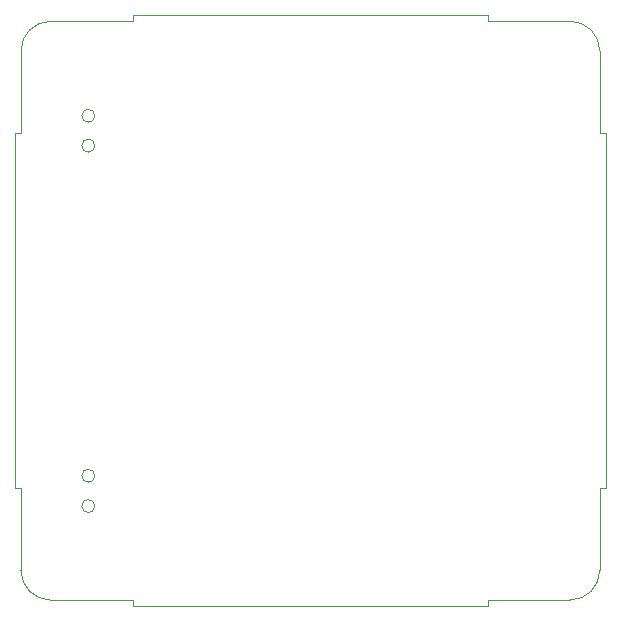
<source format=gbr>
%TF.GenerationSoftware,KiCad,Pcbnew,7.0.7-7.0.7~ubuntu23.04.1*%
%TF.CreationDate,2023-09-19T04:43:30+00:00*%
%TF.ProjectId,m5-pantilt,6d352d70-616e-4746-996c-742e6b696361,1*%
%TF.SameCoordinates,Original*%
%TF.FileFunction,Profile,NP*%
%FSLAX46Y46*%
G04 Gerber Fmt 4.6, Leading zero omitted, Abs format (unit mm)*
G04 Created by KiCad (PCBNEW 7.0.7-7.0.7~ubuntu23.04.1) date 2023-09-19 04:43:30*
%MOMM*%
%LPD*%
G01*
G04 APERTURE LIST*
%TA.AperFunction,Profile*%
%ADD10C,0.050000*%
%TD*%
G04 APERTURE END LIST*
D10*
X140000000Y-100000000D02*
X110000000Y-100000000D01*
X149500000Y-53000000D02*
X149500000Y-60000000D01*
X147000000Y-50500000D02*
X140000000Y-50500000D01*
X100500000Y-97000000D02*
X100500000Y-90000000D01*
X100500000Y-53000000D02*
X100500000Y-60000000D01*
X103000000Y-50500000D02*
G75*
G03*
X100500000Y-53000000I0J-2500000D01*
G01*
X149500000Y-60000000D02*
X150000000Y-60000000D01*
X149500000Y-90000000D02*
X150000000Y-90000000D01*
X140000000Y-99500000D02*
X140000000Y-100000000D01*
X110000000Y-99500000D02*
X110000000Y-100000000D01*
X100500000Y-90000000D02*
X100000000Y-90000000D01*
X100000000Y-60000000D02*
X100500000Y-60000000D01*
X110000000Y-50000000D02*
X110000000Y-50500000D01*
X106750000Y-88976400D02*
G75*
G03*
X106750000Y-88976400I-550000J0D01*
G01*
X100000000Y-90000000D02*
X100000000Y-60000000D01*
X100500000Y-97000000D02*
G75*
G03*
X103000000Y-99500000I2500000J0D01*
G01*
X103000000Y-99500000D02*
X110000000Y-99500000D01*
X106750000Y-61029563D02*
G75*
G03*
X106750000Y-61029563I-550000J0D01*
G01*
X147000000Y-99500000D02*
G75*
G03*
X149500000Y-97000000I0J2500000D01*
G01*
X149500000Y-53000000D02*
G75*
G03*
X147000000Y-50500000I-2500000J0D01*
G01*
X110000000Y-50000000D02*
X140000000Y-50000000D01*
X106750000Y-58500000D02*
G75*
G03*
X106750000Y-58500000I-550000J0D01*
G01*
X149500000Y-97000000D02*
X149500000Y-90000000D01*
X106750000Y-91550000D02*
G75*
G03*
X106750000Y-91550000I-550000J0D01*
G01*
X103000000Y-50500000D02*
X110000000Y-50500000D01*
X150000000Y-60000000D02*
X150000000Y-90000000D01*
X140000000Y-50000000D02*
X140000000Y-50500000D01*
X147000000Y-99500000D02*
X140000000Y-99500000D01*
M02*

</source>
